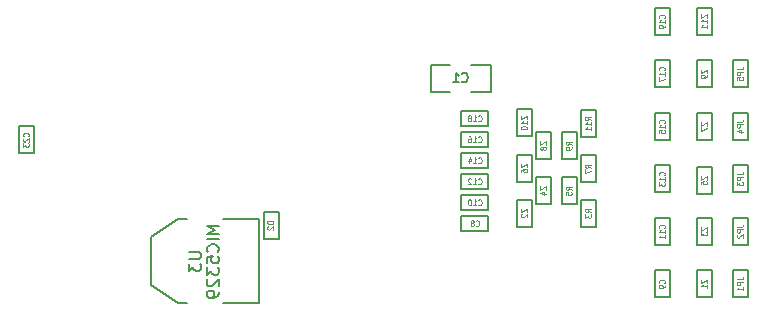
<source format=gbo>
G04 (created by PCBNEW (2013-may-18)-stable) date Tue Apr  7 22:42:00 2015*
%MOIN*%
G04 Gerber Fmt 3.4, Leading zero omitted, Abs format*
%FSLAX34Y34*%
G01*
G70*
G90*
G04 APERTURE LIST*
%ADD10C,0.00393701*%
%ADD11C,0.005*%
%ADD12C,0.008*%
%ADD13C,0.0045*%
G04 APERTURE END LIST*
G54D10*
G54D11*
X83197Y-45191D02*
X83197Y-46091D01*
X83197Y-46091D02*
X83697Y-46091D01*
X83697Y-46091D02*
X83697Y-45191D01*
X83697Y-45191D02*
X83197Y-45191D01*
X82557Y-44441D02*
X82557Y-45341D01*
X82557Y-45341D02*
X83057Y-45341D01*
X83057Y-45341D02*
X83057Y-44441D01*
X83057Y-44441D02*
X82557Y-44441D01*
X83197Y-43691D02*
X83197Y-44591D01*
X83197Y-44591D02*
X83697Y-44591D01*
X83697Y-44591D02*
X83697Y-43691D01*
X83697Y-43691D02*
X83197Y-43691D01*
X82557Y-42931D02*
X82557Y-43831D01*
X82557Y-43831D02*
X83057Y-43831D01*
X83057Y-43831D02*
X83057Y-42931D01*
X83057Y-42931D02*
X82557Y-42931D01*
X85192Y-45356D02*
X85192Y-44456D01*
X85192Y-44456D02*
X84692Y-44456D01*
X84692Y-44456D02*
X84692Y-45356D01*
X84692Y-45356D02*
X85192Y-45356D01*
X87647Y-49201D02*
X87647Y-48301D01*
X87647Y-48301D02*
X87147Y-48301D01*
X87147Y-48301D02*
X87147Y-49201D01*
X87147Y-49201D02*
X87647Y-49201D01*
X84537Y-46091D02*
X84537Y-45191D01*
X84537Y-45191D02*
X84037Y-45191D01*
X84037Y-45191D02*
X84037Y-46091D01*
X84037Y-46091D02*
X84537Y-46091D01*
X85197Y-46851D02*
X85197Y-45951D01*
X85197Y-45951D02*
X84697Y-45951D01*
X84697Y-45951D02*
X84697Y-46851D01*
X84697Y-46851D02*
X85197Y-46851D01*
X84537Y-44591D02*
X84537Y-43691D01*
X84537Y-43691D02*
X84037Y-43691D01*
X84037Y-43691D02*
X84037Y-44591D01*
X84037Y-44591D02*
X84537Y-44591D01*
X85192Y-43856D02*
X85192Y-42956D01*
X85192Y-42956D02*
X84692Y-42956D01*
X84692Y-42956D02*
X84692Y-43856D01*
X84692Y-43856D02*
X85192Y-43856D01*
X80697Y-44201D02*
X81597Y-44201D01*
X81597Y-44201D02*
X81597Y-43701D01*
X81597Y-43701D02*
X80697Y-43701D01*
X80697Y-43701D02*
X80697Y-44201D01*
X80697Y-44901D02*
X81597Y-44901D01*
X81597Y-44901D02*
X81597Y-44401D01*
X81597Y-44401D02*
X80697Y-44401D01*
X80697Y-44401D02*
X80697Y-44901D01*
X80697Y-45601D02*
X81597Y-45601D01*
X81597Y-45601D02*
X81597Y-45101D01*
X81597Y-45101D02*
X80697Y-45101D01*
X80697Y-45101D02*
X80697Y-45601D01*
X80697Y-46301D02*
X81597Y-46301D01*
X81597Y-46301D02*
X81597Y-45801D01*
X81597Y-45801D02*
X80697Y-45801D01*
X80697Y-45801D02*
X80697Y-46301D01*
X80697Y-47001D02*
X81597Y-47001D01*
X81597Y-47001D02*
X81597Y-46501D01*
X81597Y-46501D02*
X80697Y-46501D01*
X80697Y-46501D02*
X80697Y-47001D01*
X87647Y-42201D02*
X87647Y-41301D01*
X87647Y-41301D02*
X87147Y-41301D01*
X87147Y-41301D02*
X87147Y-42201D01*
X87147Y-42201D02*
X87647Y-42201D01*
X87647Y-43951D02*
X87647Y-43051D01*
X87647Y-43051D02*
X87147Y-43051D01*
X87147Y-43051D02*
X87147Y-43951D01*
X87147Y-43951D02*
X87647Y-43951D01*
X87647Y-45701D02*
X87647Y-44801D01*
X87647Y-44801D02*
X87147Y-44801D01*
X87147Y-44801D02*
X87147Y-45701D01*
X87147Y-45701D02*
X87647Y-45701D01*
X87647Y-47451D02*
X87647Y-46551D01*
X87647Y-46551D02*
X87147Y-46551D01*
X87147Y-46551D02*
X87147Y-47451D01*
X87147Y-47451D02*
X87647Y-47451D01*
X82557Y-45941D02*
X82557Y-46841D01*
X82557Y-46841D02*
X83057Y-46841D01*
X83057Y-46841D02*
X83057Y-45941D01*
X83057Y-45941D02*
X82557Y-45941D01*
X87647Y-40451D02*
X87647Y-39551D01*
X87647Y-39551D02*
X87147Y-39551D01*
X87147Y-39551D02*
X87147Y-40451D01*
X87147Y-40451D02*
X87647Y-40451D01*
X80697Y-43501D02*
X81597Y-43501D01*
X81597Y-43501D02*
X81597Y-43001D01*
X81597Y-43001D02*
X80697Y-43001D01*
X80697Y-43001D02*
X80697Y-43501D01*
X81667Y-41451D02*
X81667Y-42351D01*
X81667Y-42351D02*
X81017Y-42351D01*
X80317Y-41451D02*
X79667Y-41451D01*
X79667Y-41451D02*
X79667Y-42351D01*
X79667Y-42351D02*
X80317Y-42351D01*
X81017Y-41451D02*
X81667Y-41451D01*
X90247Y-43951D02*
X90247Y-43051D01*
X90247Y-43051D02*
X89747Y-43051D01*
X89747Y-43051D02*
X89747Y-43951D01*
X89747Y-43951D02*
X90247Y-43951D01*
X66450Y-44400D02*
X66450Y-43500D01*
X66450Y-43500D02*
X65950Y-43500D01*
X65950Y-43500D02*
X65950Y-44400D01*
X65950Y-44400D02*
X66450Y-44400D01*
X90247Y-45701D02*
X90247Y-44801D01*
X90247Y-44801D02*
X89747Y-44801D01*
X89747Y-44801D02*
X89747Y-45701D01*
X89747Y-45701D02*
X90247Y-45701D01*
X90247Y-47451D02*
X90247Y-46551D01*
X90247Y-46551D02*
X89747Y-46551D01*
X89747Y-46551D02*
X89747Y-47451D01*
X89747Y-47451D02*
X90247Y-47451D01*
X90247Y-49201D02*
X90247Y-48301D01*
X90247Y-48301D02*
X89747Y-48301D01*
X89747Y-48301D02*
X89747Y-49201D01*
X89747Y-49201D02*
X90247Y-49201D01*
X88547Y-46551D02*
X88547Y-47451D01*
X88547Y-47451D02*
X89047Y-47451D01*
X89047Y-47451D02*
X89047Y-46551D01*
X89047Y-46551D02*
X88547Y-46551D01*
X88547Y-44851D02*
X88547Y-45751D01*
X88547Y-45751D02*
X89047Y-45751D01*
X89047Y-45751D02*
X89047Y-44851D01*
X89047Y-44851D02*
X88547Y-44851D01*
X88547Y-43051D02*
X88547Y-43951D01*
X88547Y-43951D02*
X89047Y-43951D01*
X89047Y-43951D02*
X89047Y-43051D01*
X89047Y-43051D02*
X88547Y-43051D01*
X88547Y-48301D02*
X88547Y-49201D01*
X88547Y-49201D02*
X89047Y-49201D01*
X89047Y-49201D02*
X89047Y-48301D01*
X89047Y-48301D02*
X88547Y-48301D01*
X88547Y-41301D02*
X88547Y-42201D01*
X88547Y-42201D02*
X89047Y-42201D01*
X89047Y-42201D02*
X89047Y-41301D01*
X89047Y-41301D02*
X88547Y-41301D01*
X88547Y-39551D02*
X88547Y-40451D01*
X88547Y-40451D02*
X89047Y-40451D01*
X89047Y-40451D02*
X89047Y-39551D01*
X89047Y-39551D02*
X88547Y-39551D01*
X90247Y-42201D02*
X90247Y-41301D01*
X90247Y-41301D02*
X89747Y-41301D01*
X89747Y-41301D02*
X89747Y-42201D01*
X89747Y-42201D02*
X90247Y-42201D01*
G54D12*
X72750Y-46600D02*
X73950Y-46600D01*
X73950Y-46600D02*
X73950Y-49400D01*
X73950Y-49400D02*
X72750Y-49400D01*
X71550Y-46600D02*
X71250Y-46600D01*
X71250Y-46600D02*
X70350Y-47200D01*
X70350Y-47200D02*
X70350Y-48800D01*
X70350Y-48800D02*
X71250Y-49400D01*
X71250Y-49400D02*
X71550Y-49400D01*
G54D11*
X74100Y-46350D02*
X74100Y-47250D01*
X74100Y-47250D02*
X74600Y-47250D01*
X74600Y-47250D02*
X74600Y-46350D01*
X74600Y-46350D02*
X74100Y-46350D01*
G54D13*
X83327Y-45495D02*
X83327Y-45615D01*
X83527Y-45495D01*
X83527Y-45615D01*
X83394Y-45761D02*
X83527Y-45761D01*
X83318Y-45718D02*
X83461Y-45675D01*
X83461Y-45786D01*
X82687Y-44745D02*
X82687Y-44865D01*
X82887Y-44745D01*
X82887Y-44865D01*
X82687Y-45011D02*
X82687Y-44976D01*
X82697Y-44959D01*
X82707Y-44951D01*
X82735Y-44933D01*
X82773Y-44925D01*
X82849Y-44925D01*
X82868Y-44933D01*
X82878Y-44942D01*
X82887Y-44959D01*
X82887Y-44993D01*
X82878Y-45011D01*
X82868Y-45019D01*
X82849Y-45028D01*
X82802Y-45028D01*
X82783Y-45019D01*
X82773Y-45011D01*
X82764Y-44993D01*
X82764Y-44959D01*
X82773Y-44942D01*
X82783Y-44933D01*
X82802Y-44925D01*
X83327Y-43995D02*
X83327Y-44115D01*
X83527Y-43995D01*
X83527Y-44115D01*
X83413Y-44209D02*
X83404Y-44192D01*
X83394Y-44183D01*
X83375Y-44175D01*
X83366Y-44175D01*
X83347Y-44183D01*
X83337Y-44192D01*
X83327Y-44209D01*
X83327Y-44243D01*
X83337Y-44261D01*
X83347Y-44269D01*
X83366Y-44278D01*
X83375Y-44278D01*
X83394Y-44269D01*
X83404Y-44261D01*
X83413Y-44243D01*
X83413Y-44209D01*
X83423Y-44192D01*
X83432Y-44183D01*
X83451Y-44175D01*
X83489Y-44175D01*
X83508Y-44183D01*
X83518Y-44192D01*
X83527Y-44209D01*
X83527Y-44243D01*
X83518Y-44261D01*
X83508Y-44269D01*
X83489Y-44278D01*
X83451Y-44278D01*
X83432Y-44269D01*
X83423Y-44261D01*
X83413Y-44243D01*
X82687Y-43149D02*
X82687Y-43269D01*
X82887Y-43149D01*
X82887Y-43269D01*
X82887Y-43432D02*
X82887Y-43329D01*
X82887Y-43381D02*
X82687Y-43381D01*
X82716Y-43363D01*
X82735Y-43346D01*
X82745Y-43329D01*
X82687Y-43543D02*
X82687Y-43561D01*
X82697Y-43578D01*
X82707Y-43586D01*
X82726Y-43595D01*
X82764Y-43603D01*
X82811Y-43603D01*
X82849Y-43595D01*
X82868Y-43586D01*
X82878Y-43578D01*
X82887Y-43561D01*
X82887Y-43543D01*
X82878Y-43526D01*
X82868Y-43518D01*
X82849Y-43509D01*
X82811Y-43501D01*
X82764Y-43501D01*
X82726Y-43509D01*
X82707Y-43518D01*
X82697Y-43526D01*
X82687Y-43543D01*
X85022Y-44876D02*
X84927Y-44816D01*
X85022Y-44773D02*
X84822Y-44773D01*
X84822Y-44841D01*
X84832Y-44858D01*
X84842Y-44867D01*
X84861Y-44876D01*
X84889Y-44876D01*
X84908Y-44867D01*
X84918Y-44858D01*
X84927Y-44841D01*
X84927Y-44773D01*
X84822Y-44936D02*
X84822Y-45056D01*
X85022Y-44978D01*
X87458Y-48721D02*
X87468Y-48712D01*
X87477Y-48686D01*
X87477Y-48669D01*
X87468Y-48643D01*
X87449Y-48626D01*
X87430Y-48618D01*
X87392Y-48609D01*
X87363Y-48609D01*
X87325Y-48618D01*
X87306Y-48626D01*
X87287Y-48643D01*
X87277Y-48669D01*
X87277Y-48686D01*
X87287Y-48712D01*
X87297Y-48721D01*
X87477Y-48806D02*
X87477Y-48841D01*
X87468Y-48858D01*
X87458Y-48866D01*
X87430Y-48883D01*
X87392Y-48892D01*
X87316Y-48892D01*
X87297Y-48883D01*
X87287Y-48875D01*
X87277Y-48858D01*
X87277Y-48823D01*
X87287Y-48806D01*
X87297Y-48798D01*
X87316Y-48789D01*
X87363Y-48789D01*
X87382Y-48798D01*
X87392Y-48806D01*
X87401Y-48823D01*
X87401Y-48858D01*
X87392Y-48875D01*
X87382Y-48883D01*
X87363Y-48892D01*
X84367Y-45611D02*
X84272Y-45551D01*
X84367Y-45508D02*
X84167Y-45508D01*
X84167Y-45576D01*
X84177Y-45593D01*
X84187Y-45602D01*
X84206Y-45611D01*
X84234Y-45611D01*
X84253Y-45602D01*
X84263Y-45593D01*
X84272Y-45576D01*
X84272Y-45508D01*
X84167Y-45773D02*
X84167Y-45688D01*
X84263Y-45679D01*
X84253Y-45688D01*
X84244Y-45705D01*
X84244Y-45748D01*
X84253Y-45765D01*
X84263Y-45773D01*
X84282Y-45782D01*
X84329Y-45782D01*
X84348Y-45773D01*
X84358Y-45765D01*
X84367Y-45748D01*
X84367Y-45705D01*
X84358Y-45688D01*
X84348Y-45679D01*
X85027Y-46371D02*
X84932Y-46311D01*
X85027Y-46268D02*
X84827Y-46268D01*
X84827Y-46336D01*
X84837Y-46353D01*
X84847Y-46362D01*
X84866Y-46371D01*
X84894Y-46371D01*
X84913Y-46362D01*
X84923Y-46353D01*
X84932Y-46336D01*
X84932Y-46268D01*
X84827Y-46431D02*
X84827Y-46542D01*
X84904Y-46482D01*
X84904Y-46508D01*
X84913Y-46525D01*
X84923Y-46533D01*
X84942Y-46542D01*
X84989Y-46542D01*
X85008Y-46533D01*
X85018Y-46525D01*
X85027Y-46508D01*
X85027Y-46456D01*
X85018Y-46439D01*
X85008Y-46431D01*
X84367Y-44111D02*
X84272Y-44051D01*
X84367Y-44008D02*
X84167Y-44008D01*
X84167Y-44076D01*
X84177Y-44093D01*
X84187Y-44102D01*
X84206Y-44111D01*
X84234Y-44111D01*
X84253Y-44102D01*
X84263Y-44093D01*
X84272Y-44076D01*
X84272Y-44008D01*
X84367Y-44196D02*
X84367Y-44231D01*
X84358Y-44248D01*
X84348Y-44256D01*
X84320Y-44273D01*
X84282Y-44282D01*
X84206Y-44282D01*
X84187Y-44273D01*
X84177Y-44265D01*
X84167Y-44248D01*
X84167Y-44213D01*
X84177Y-44196D01*
X84187Y-44188D01*
X84206Y-44179D01*
X84253Y-44179D01*
X84272Y-44188D01*
X84282Y-44196D01*
X84291Y-44213D01*
X84291Y-44248D01*
X84282Y-44265D01*
X84272Y-44273D01*
X84253Y-44282D01*
X85022Y-43290D02*
X84927Y-43230D01*
X85022Y-43187D02*
X84822Y-43187D01*
X84822Y-43256D01*
X84832Y-43273D01*
X84842Y-43281D01*
X84861Y-43290D01*
X84889Y-43290D01*
X84908Y-43281D01*
X84918Y-43273D01*
X84927Y-43256D01*
X84927Y-43187D01*
X85022Y-43461D02*
X85022Y-43358D01*
X85022Y-43410D02*
X84822Y-43410D01*
X84851Y-43393D01*
X84870Y-43376D01*
X84880Y-43358D01*
X85022Y-43633D02*
X85022Y-43530D01*
X85022Y-43581D02*
X84822Y-43581D01*
X84851Y-43564D01*
X84870Y-43547D01*
X84880Y-43530D01*
X81262Y-44012D02*
X81271Y-44022D01*
X81297Y-44031D01*
X81314Y-44031D01*
X81339Y-44022D01*
X81357Y-44003D01*
X81365Y-43984D01*
X81374Y-43946D01*
X81374Y-43917D01*
X81365Y-43879D01*
X81357Y-43860D01*
X81339Y-43841D01*
X81314Y-43831D01*
X81297Y-43831D01*
X81271Y-43841D01*
X81262Y-43851D01*
X81091Y-44031D02*
X81194Y-44031D01*
X81142Y-44031D02*
X81142Y-43831D01*
X81159Y-43860D01*
X81177Y-43879D01*
X81194Y-43889D01*
X80937Y-43831D02*
X80971Y-43831D01*
X80988Y-43841D01*
X80997Y-43851D01*
X81014Y-43879D01*
X81022Y-43917D01*
X81022Y-43993D01*
X81014Y-44012D01*
X81005Y-44022D01*
X80988Y-44031D01*
X80954Y-44031D01*
X80937Y-44022D01*
X80928Y-44012D01*
X80919Y-43993D01*
X80919Y-43946D01*
X80928Y-43927D01*
X80937Y-43917D01*
X80954Y-43908D01*
X80988Y-43908D01*
X81005Y-43917D01*
X81014Y-43927D01*
X81022Y-43946D01*
X81262Y-44712D02*
X81271Y-44722D01*
X81297Y-44731D01*
X81314Y-44731D01*
X81339Y-44722D01*
X81357Y-44703D01*
X81365Y-44684D01*
X81374Y-44646D01*
X81374Y-44617D01*
X81365Y-44579D01*
X81357Y-44560D01*
X81339Y-44541D01*
X81314Y-44531D01*
X81297Y-44531D01*
X81271Y-44541D01*
X81262Y-44551D01*
X81091Y-44731D02*
X81194Y-44731D01*
X81142Y-44731D02*
X81142Y-44531D01*
X81159Y-44560D01*
X81177Y-44579D01*
X81194Y-44589D01*
X80937Y-44598D02*
X80937Y-44731D01*
X80979Y-44522D02*
X81022Y-44665D01*
X80911Y-44665D01*
X81262Y-45412D02*
X81271Y-45422D01*
X81297Y-45431D01*
X81314Y-45431D01*
X81339Y-45422D01*
X81357Y-45403D01*
X81365Y-45384D01*
X81374Y-45346D01*
X81374Y-45317D01*
X81365Y-45279D01*
X81357Y-45260D01*
X81339Y-45241D01*
X81314Y-45231D01*
X81297Y-45231D01*
X81271Y-45241D01*
X81262Y-45251D01*
X81091Y-45431D02*
X81194Y-45431D01*
X81142Y-45431D02*
X81142Y-45231D01*
X81159Y-45260D01*
X81177Y-45279D01*
X81194Y-45289D01*
X81022Y-45251D02*
X81014Y-45241D01*
X80997Y-45231D01*
X80954Y-45231D01*
X80937Y-45241D01*
X80928Y-45251D01*
X80919Y-45270D01*
X80919Y-45289D01*
X80928Y-45317D01*
X81031Y-45431D01*
X80919Y-45431D01*
X81262Y-46112D02*
X81271Y-46122D01*
X81297Y-46131D01*
X81314Y-46131D01*
X81339Y-46122D01*
X81357Y-46103D01*
X81365Y-46084D01*
X81374Y-46046D01*
X81374Y-46017D01*
X81365Y-45979D01*
X81357Y-45960D01*
X81339Y-45941D01*
X81314Y-45931D01*
X81297Y-45931D01*
X81271Y-45941D01*
X81262Y-45951D01*
X81091Y-46131D02*
X81194Y-46131D01*
X81142Y-46131D02*
X81142Y-45931D01*
X81159Y-45960D01*
X81177Y-45979D01*
X81194Y-45989D01*
X80979Y-45931D02*
X80962Y-45931D01*
X80945Y-45941D01*
X80937Y-45951D01*
X80928Y-45970D01*
X80919Y-46008D01*
X80919Y-46055D01*
X80928Y-46093D01*
X80937Y-46112D01*
X80945Y-46122D01*
X80962Y-46131D01*
X80979Y-46131D01*
X80997Y-46122D01*
X81005Y-46112D01*
X81014Y-46093D01*
X81022Y-46055D01*
X81022Y-46008D01*
X81014Y-45970D01*
X81005Y-45951D01*
X80997Y-45941D01*
X80979Y-45931D01*
X81177Y-46812D02*
X81185Y-46822D01*
X81211Y-46831D01*
X81228Y-46831D01*
X81254Y-46822D01*
X81271Y-46803D01*
X81279Y-46784D01*
X81288Y-46746D01*
X81288Y-46717D01*
X81279Y-46679D01*
X81271Y-46660D01*
X81254Y-46641D01*
X81228Y-46631D01*
X81211Y-46631D01*
X81185Y-46641D01*
X81177Y-46651D01*
X81074Y-46717D02*
X81091Y-46708D01*
X81099Y-46698D01*
X81108Y-46679D01*
X81108Y-46670D01*
X81099Y-46651D01*
X81091Y-46641D01*
X81074Y-46631D01*
X81039Y-46631D01*
X81022Y-46641D01*
X81014Y-46651D01*
X81005Y-46670D01*
X81005Y-46679D01*
X81014Y-46698D01*
X81022Y-46708D01*
X81039Y-46717D01*
X81074Y-46717D01*
X81091Y-46727D01*
X81099Y-46736D01*
X81108Y-46755D01*
X81108Y-46793D01*
X81099Y-46812D01*
X81091Y-46822D01*
X81074Y-46831D01*
X81039Y-46831D01*
X81022Y-46822D01*
X81014Y-46812D01*
X81005Y-46793D01*
X81005Y-46755D01*
X81014Y-46736D01*
X81022Y-46727D01*
X81039Y-46717D01*
X87458Y-41635D02*
X87468Y-41626D01*
X87477Y-41601D01*
X87477Y-41583D01*
X87468Y-41558D01*
X87449Y-41541D01*
X87430Y-41532D01*
X87392Y-41523D01*
X87363Y-41523D01*
X87325Y-41532D01*
X87306Y-41541D01*
X87287Y-41558D01*
X87277Y-41583D01*
X87277Y-41601D01*
X87287Y-41626D01*
X87297Y-41635D01*
X87477Y-41806D02*
X87477Y-41703D01*
X87477Y-41755D02*
X87277Y-41755D01*
X87306Y-41738D01*
X87325Y-41721D01*
X87335Y-41703D01*
X87277Y-41866D02*
X87277Y-41986D01*
X87477Y-41909D01*
X87458Y-43385D02*
X87468Y-43376D01*
X87477Y-43351D01*
X87477Y-43333D01*
X87468Y-43308D01*
X87449Y-43291D01*
X87430Y-43282D01*
X87392Y-43273D01*
X87363Y-43273D01*
X87325Y-43282D01*
X87306Y-43291D01*
X87287Y-43308D01*
X87277Y-43333D01*
X87277Y-43351D01*
X87287Y-43376D01*
X87297Y-43385D01*
X87477Y-43556D02*
X87477Y-43453D01*
X87477Y-43505D02*
X87277Y-43505D01*
X87306Y-43488D01*
X87325Y-43471D01*
X87335Y-43453D01*
X87277Y-43719D02*
X87277Y-43633D01*
X87373Y-43625D01*
X87363Y-43633D01*
X87354Y-43651D01*
X87354Y-43693D01*
X87363Y-43711D01*
X87373Y-43719D01*
X87392Y-43728D01*
X87439Y-43728D01*
X87458Y-43719D01*
X87468Y-43711D01*
X87477Y-43693D01*
X87477Y-43651D01*
X87468Y-43633D01*
X87458Y-43625D01*
X87458Y-45135D02*
X87468Y-45126D01*
X87477Y-45101D01*
X87477Y-45083D01*
X87468Y-45058D01*
X87449Y-45041D01*
X87430Y-45032D01*
X87392Y-45023D01*
X87363Y-45023D01*
X87325Y-45032D01*
X87306Y-45041D01*
X87287Y-45058D01*
X87277Y-45083D01*
X87277Y-45101D01*
X87287Y-45126D01*
X87297Y-45135D01*
X87477Y-45306D02*
X87477Y-45203D01*
X87477Y-45255D02*
X87277Y-45255D01*
X87306Y-45238D01*
X87325Y-45221D01*
X87335Y-45203D01*
X87277Y-45366D02*
X87277Y-45478D01*
X87354Y-45418D01*
X87354Y-45443D01*
X87363Y-45461D01*
X87373Y-45469D01*
X87392Y-45478D01*
X87439Y-45478D01*
X87458Y-45469D01*
X87468Y-45461D01*
X87477Y-45443D01*
X87477Y-45392D01*
X87468Y-45375D01*
X87458Y-45366D01*
X87458Y-46885D02*
X87468Y-46876D01*
X87477Y-46851D01*
X87477Y-46833D01*
X87468Y-46808D01*
X87449Y-46791D01*
X87430Y-46782D01*
X87392Y-46773D01*
X87363Y-46773D01*
X87325Y-46782D01*
X87306Y-46791D01*
X87287Y-46808D01*
X87277Y-46833D01*
X87277Y-46851D01*
X87287Y-46876D01*
X87297Y-46885D01*
X87477Y-47056D02*
X87477Y-46953D01*
X87477Y-47005D02*
X87277Y-47005D01*
X87306Y-46988D01*
X87325Y-46971D01*
X87335Y-46953D01*
X87477Y-47228D02*
X87477Y-47125D01*
X87477Y-47176D02*
X87277Y-47176D01*
X87306Y-47159D01*
X87325Y-47142D01*
X87335Y-47125D01*
X82687Y-46245D02*
X82687Y-46365D01*
X82887Y-46245D01*
X82887Y-46365D01*
X82707Y-46425D02*
X82697Y-46433D01*
X82687Y-46451D01*
X82687Y-46493D01*
X82697Y-46511D01*
X82707Y-46519D01*
X82726Y-46528D01*
X82745Y-46528D01*
X82773Y-46519D01*
X82887Y-46416D01*
X82887Y-46528D01*
X87458Y-39885D02*
X87468Y-39876D01*
X87477Y-39851D01*
X87477Y-39833D01*
X87468Y-39808D01*
X87449Y-39791D01*
X87430Y-39782D01*
X87392Y-39773D01*
X87363Y-39773D01*
X87325Y-39782D01*
X87306Y-39791D01*
X87287Y-39808D01*
X87277Y-39833D01*
X87277Y-39851D01*
X87287Y-39876D01*
X87297Y-39885D01*
X87477Y-40056D02*
X87477Y-39953D01*
X87477Y-40005D02*
X87277Y-40005D01*
X87306Y-39988D01*
X87325Y-39971D01*
X87335Y-39953D01*
X87477Y-40142D02*
X87477Y-40176D01*
X87468Y-40193D01*
X87458Y-40202D01*
X87430Y-40219D01*
X87392Y-40228D01*
X87316Y-40228D01*
X87297Y-40219D01*
X87287Y-40211D01*
X87277Y-40193D01*
X87277Y-40159D01*
X87287Y-40142D01*
X87297Y-40133D01*
X87316Y-40125D01*
X87363Y-40125D01*
X87382Y-40133D01*
X87392Y-40142D01*
X87401Y-40159D01*
X87401Y-40193D01*
X87392Y-40211D01*
X87382Y-40219D01*
X87363Y-40228D01*
X81262Y-43312D02*
X81271Y-43322D01*
X81297Y-43331D01*
X81314Y-43331D01*
X81339Y-43322D01*
X81357Y-43303D01*
X81365Y-43284D01*
X81374Y-43246D01*
X81374Y-43217D01*
X81365Y-43179D01*
X81357Y-43160D01*
X81339Y-43141D01*
X81314Y-43131D01*
X81297Y-43131D01*
X81271Y-43141D01*
X81262Y-43151D01*
X81091Y-43331D02*
X81194Y-43331D01*
X81142Y-43331D02*
X81142Y-43131D01*
X81159Y-43160D01*
X81177Y-43179D01*
X81194Y-43189D01*
X80988Y-43217D02*
X81005Y-43208D01*
X81014Y-43198D01*
X81022Y-43179D01*
X81022Y-43170D01*
X81014Y-43151D01*
X81005Y-43141D01*
X80988Y-43131D01*
X80954Y-43131D01*
X80937Y-43141D01*
X80928Y-43151D01*
X80919Y-43170D01*
X80919Y-43179D01*
X80928Y-43198D01*
X80937Y-43208D01*
X80954Y-43217D01*
X80988Y-43217D01*
X81005Y-43227D01*
X81014Y-43236D01*
X81022Y-43255D01*
X81022Y-43293D01*
X81014Y-43312D01*
X81005Y-43322D01*
X80988Y-43331D01*
X80954Y-43331D01*
X80937Y-43322D01*
X80928Y-43312D01*
X80919Y-43293D01*
X80919Y-43255D01*
X80928Y-43236D01*
X80937Y-43227D01*
X80954Y-43217D01*
G54D11*
X80717Y-41993D02*
X80731Y-42008D01*
X80774Y-42022D01*
X80802Y-42022D01*
X80845Y-42008D01*
X80874Y-41979D01*
X80888Y-41951D01*
X80902Y-41893D01*
X80902Y-41851D01*
X80888Y-41793D01*
X80874Y-41765D01*
X80845Y-41736D01*
X80802Y-41722D01*
X80774Y-41722D01*
X80731Y-41736D01*
X80717Y-41751D01*
X80431Y-42022D02*
X80602Y-42022D01*
X80517Y-42022D02*
X80517Y-41722D01*
X80545Y-41765D01*
X80574Y-41793D01*
X80602Y-41808D01*
G54D13*
X89877Y-43351D02*
X90020Y-43351D01*
X90049Y-43342D01*
X90068Y-43325D01*
X90077Y-43299D01*
X90077Y-43282D01*
X90077Y-43436D02*
X89877Y-43436D01*
X89877Y-43505D01*
X89887Y-43522D01*
X89897Y-43531D01*
X89916Y-43539D01*
X89944Y-43539D01*
X89963Y-43531D01*
X89973Y-43522D01*
X89982Y-43505D01*
X89982Y-43436D01*
X89944Y-43693D02*
X90077Y-43693D01*
X89868Y-43651D02*
X90011Y-43608D01*
X90011Y-43719D01*
X66261Y-43834D02*
X66271Y-43825D01*
X66280Y-43800D01*
X66280Y-43782D01*
X66271Y-43757D01*
X66252Y-43740D01*
X66233Y-43731D01*
X66195Y-43722D01*
X66166Y-43722D01*
X66128Y-43731D01*
X66109Y-43740D01*
X66090Y-43757D01*
X66080Y-43782D01*
X66080Y-43800D01*
X66090Y-43825D01*
X66100Y-43834D01*
X66100Y-43902D02*
X66090Y-43911D01*
X66080Y-43928D01*
X66080Y-43971D01*
X66090Y-43988D01*
X66100Y-43997D01*
X66119Y-44005D01*
X66138Y-44005D01*
X66166Y-43997D01*
X66280Y-43894D01*
X66280Y-44005D01*
X66080Y-44065D02*
X66080Y-44177D01*
X66157Y-44117D01*
X66157Y-44142D01*
X66166Y-44160D01*
X66176Y-44168D01*
X66195Y-44177D01*
X66242Y-44177D01*
X66261Y-44168D01*
X66271Y-44160D01*
X66280Y-44142D01*
X66280Y-44091D01*
X66271Y-44074D01*
X66261Y-44065D01*
X89877Y-45101D02*
X90020Y-45101D01*
X90049Y-45092D01*
X90068Y-45075D01*
X90077Y-45049D01*
X90077Y-45032D01*
X90077Y-45186D02*
X89877Y-45186D01*
X89877Y-45255D01*
X89887Y-45272D01*
X89897Y-45281D01*
X89916Y-45289D01*
X89944Y-45289D01*
X89963Y-45281D01*
X89973Y-45272D01*
X89982Y-45255D01*
X89982Y-45186D01*
X89877Y-45349D02*
X89877Y-45461D01*
X89954Y-45401D01*
X89954Y-45426D01*
X89963Y-45443D01*
X89973Y-45452D01*
X89992Y-45461D01*
X90039Y-45461D01*
X90058Y-45452D01*
X90068Y-45443D01*
X90077Y-45426D01*
X90077Y-45375D01*
X90068Y-45358D01*
X90058Y-45349D01*
X89877Y-46851D02*
X90020Y-46851D01*
X90049Y-46842D01*
X90068Y-46825D01*
X90077Y-46799D01*
X90077Y-46782D01*
X90077Y-46936D02*
X89877Y-46936D01*
X89877Y-47005D01*
X89887Y-47022D01*
X89897Y-47031D01*
X89916Y-47039D01*
X89944Y-47039D01*
X89963Y-47031D01*
X89973Y-47022D01*
X89982Y-47005D01*
X89982Y-46936D01*
X89897Y-47108D02*
X89887Y-47116D01*
X89877Y-47133D01*
X89877Y-47176D01*
X89887Y-47193D01*
X89897Y-47202D01*
X89916Y-47211D01*
X89935Y-47211D01*
X89963Y-47202D01*
X90077Y-47099D01*
X90077Y-47211D01*
X89877Y-48601D02*
X90020Y-48601D01*
X90049Y-48592D01*
X90068Y-48575D01*
X90077Y-48549D01*
X90077Y-48532D01*
X90077Y-48686D02*
X89877Y-48686D01*
X89877Y-48755D01*
X89887Y-48772D01*
X89897Y-48781D01*
X89916Y-48789D01*
X89944Y-48789D01*
X89963Y-48781D01*
X89973Y-48772D01*
X89982Y-48755D01*
X89982Y-48686D01*
X90077Y-48961D02*
X90077Y-48858D01*
X90077Y-48909D02*
X89877Y-48909D01*
X89906Y-48892D01*
X89925Y-48875D01*
X89935Y-48858D01*
X88677Y-46855D02*
X88677Y-46975D01*
X88877Y-46855D01*
X88877Y-46975D01*
X88677Y-47026D02*
X88677Y-47138D01*
X88754Y-47078D01*
X88754Y-47103D01*
X88763Y-47121D01*
X88773Y-47129D01*
X88792Y-47138D01*
X88839Y-47138D01*
X88858Y-47129D01*
X88868Y-47121D01*
X88877Y-47103D01*
X88877Y-47052D01*
X88868Y-47035D01*
X88858Y-47026D01*
X88677Y-45155D02*
X88677Y-45275D01*
X88877Y-45155D01*
X88877Y-45275D01*
X88677Y-45429D02*
X88677Y-45343D01*
X88773Y-45335D01*
X88763Y-45343D01*
X88754Y-45361D01*
X88754Y-45403D01*
X88763Y-45421D01*
X88773Y-45429D01*
X88792Y-45438D01*
X88839Y-45438D01*
X88858Y-45429D01*
X88868Y-45421D01*
X88877Y-45403D01*
X88877Y-45361D01*
X88868Y-45343D01*
X88858Y-45335D01*
X88677Y-43355D02*
X88677Y-43475D01*
X88877Y-43355D01*
X88877Y-43475D01*
X88677Y-43526D02*
X88677Y-43646D01*
X88877Y-43569D01*
X88677Y-48605D02*
X88677Y-48725D01*
X88877Y-48605D01*
X88877Y-48725D01*
X88877Y-48888D02*
X88877Y-48785D01*
X88877Y-48836D02*
X88677Y-48836D01*
X88706Y-48819D01*
X88725Y-48802D01*
X88735Y-48785D01*
X88677Y-41605D02*
X88677Y-41725D01*
X88877Y-41605D01*
X88877Y-41725D01*
X88877Y-41802D02*
X88877Y-41836D01*
X88868Y-41853D01*
X88858Y-41862D01*
X88830Y-41879D01*
X88792Y-41888D01*
X88716Y-41888D01*
X88697Y-41879D01*
X88687Y-41871D01*
X88677Y-41853D01*
X88677Y-41819D01*
X88687Y-41802D01*
X88697Y-41793D01*
X88716Y-41785D01*
X88763Y-41785D01*
X88782Y-41793D01*
X88792Y-41802D01*
X88801Y-41819D01*
X88801Y-41853D01*
X88792Y-41871D01*
X88782Y-41879D01*
X88763Y-41888D01*
X88677Y-39769D02*
X88677Y-39889D01*
X88877Y-39769D01*
X88877Y-39889D01*
X88877Y-40052D02*
X88877Y-39949D01*
X88877Y-40001D02*
X88677Y-40001D01*
X88706Y-39983D01*
X88725Y-39966D01*
X88735Y-39949D01*
X88877Y-40223D02*
X88877Y-40121D01*
X88877Y-40172D02*
X88677Y-40172D01*
X88706Y-40155D01*
X88725Y-40138D01*
X88735Y-40121D01*
X89877Y-41601D02*
X90020Y-41601D01*
X90049Y-41592D01*
X90068Y-41575D01*
X90077Y-41549D01*
X90077Y-41532D01*
X90077Y-41686D02*
X89877Y-41686D01*
X89877Y-41755D01*
X89887Y-41772D01*
X89897Y-41781D01*
X89916Y-41789D01*
X89944Y-41789D01*
X89963Y-41781D01*
X89973Y-41772D01*
X89982Y-41755D01*
X89982Y-41686D01*
X89877Y-41952D02*
X89877Y-41866D01*
X89973Y-41858D01*
X89963Y-41866D01*
X89954Y-41883D01*
X89954Y-41926D01*
X89963Y-41943D01*
X89973Y-41952D01*
X89992Y-41961D01*
X90039Y-41961D01*
X90058Y-41952D01*
X90068Y-41943D01*
X90077Y-41926D01*
X90077Y-41883D01*
X90068Y-41866D01*
X90058Y-41858D01*
G54D12*
X71611Y-47695D02*
X71935Y-47695D01*
X71973Y-47714D01*
X71992Y-47733D01*
X72011Y-47771D01*
X72011Y-47847D01*
X71992Y-47885D01*
X71973Y-47904D01*
X71935Y-47923D01*
X71611Y-47923D01*
X71611Y-48076D02*
X71611Y-48323D01*
X71764Y-48190D01*
X71764Y-48247D01*
X71783Y-48285D01*
X71802Y-48304D01*
X71840Y-48323D01*
X71935Y-48323D01*
X71973Y-48304D01*
X71992Y-48285D01*
X72011Y-48247D01*
X72011Y-48133D01*
X71992Y-48095D01*
X71973Y-48076D01*
X72611Y-46809D02*
X72211Y-46809D01*
X72497Y-46942D01*
X72211Y-47076D01*
X72611Y-47076D01*
X72611Y-47266D02*
X72211Y-47266D01*
X72573Y-47685D02*
X72592Y-47666D01*
X72611Y-47609D01*
X72611Y-47571D01*
X72592Y-47514D01*
X72554Y-47476D01*
X72516Y-47457D01*
X72440Y-47438D01*
X72383Y-47438D01*
X72307Y-47457D01*
X72269Y-47476D01*
X72230Y-47514D01*
X72211Y-47571D01*
X72211Y-47609D01*
X72230Y-47666D01*
X72250Y-47685D01*
X72211Y-48047D02*
X72211Y-47857D01*
X72402Y-47838D01*
X72383Y-47857D01*
X72364Y-47895D01*
X72364Y-47990D01*
X72383Y-48028D01*
X72402Y-48047D01*
X72440Y-48066D01*
X72535Y-48066D01*
X72573Y-48047D01*
X72592Y-48028D01*
X72611Y-47990D01*
X72611Y-47895D01*
X72592Y-47857D01*
X72573Y-47838D01*
X72211Y-48200D02*
X72211Y-48447D01*
X72364Y-48314D01*
X72364Y-48371D01*
X72383Y-48409D01*
X72402Y-48428D01*
X72440Y-48447D01*
X72535Y-48447D01*
X72573Y-48428D01*
X72592Y-48409D01*
X72611Y-48371D01*
X72611Y-48257D01*
X72592Y-48219D01*
X72573Y-48200D01*
X72250Y-48600D02*
X72230Y-48619D01*
X72211Y-48657D01*
X72211Y-48752D01*
X72230Y-48790D01*
X72250Y-48809D01*
X72288Y-48828D01*
X72326Y-48828D01*
X72383Y-48809D01*
X72611Y-48580D01*
X72611Y-48828D01*
X72611Y-49019D02*
X72611Y-49095D01*
X72592Y-49133D01*
X72573Y-49152D01*
X72516Y-49190D01*
X72440Y-49209D01*
X72288Y-49209D01*
X72250Y-49190D01*
X72230Y-49171D01*
X72211Y-49133D01*
X72211Y-49057D01*
X72230Y-49019D01*
X72250Y-49000D01*
X72288Y-48980D01*
X72383Y-48980D01*
X72421Y-49000D01*
X72440Y-49019D01*
X72459Y-49057D01*
X72459Y-49133D01*
X72440Y-49171D01*
X72421Y-49190D01*
X72383Y-49209D01*
G54D13*
X74430Y-46667D02*
X74230Y-46667D01*
X74230Y-46710D01*
X74240Y-46735D01*
X74259Y-46752D01*
X74278Y-46761D01*
X74316Y-46770D01*
X74345Y-46770D01*
X74383Y-46761D01*
X74402Y-46752D01*
X74421Y-46735D01*
X74430Y-46710D01*
X74430Y-46667D01*
X74250Y-46838D02*
X74240Y-46847D01*
X74230Y-46864D01*
X74230Y-46907D01*
X74240Y-46924D01*
X74250Y-46932D01*
X74269Y-46941D01*
X74288Y-46941D01*
X74316Y-46932D01*
X74430Y-46830D01*
X74430Y-46941D01*
M02*

</source>
